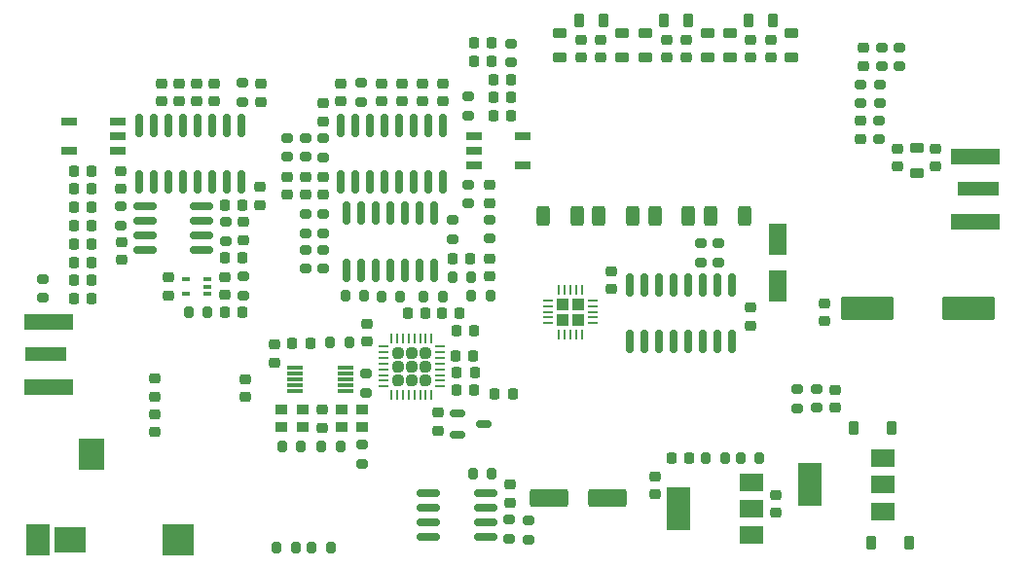
<source format=gtp>
G04 #@! TF.GenerationSoftware,KiCad,Pcbnew,7.0.10*
G04 #@! TF.CreationDate,2024-02-06T16:41:22-06:00*
G04 #@! TF.ProjectId,radiohead,72616469-6f68-4656-9164-2e6b69636164,2.0*
G04 #@! TF.SameCoordinates,Original*
G04 #@! TF.FileFunction,Paste,Top*
G04 #@! TF.FilePolarity,Positive*
%FSLAX46Y46*%
G04 Gerber Fmt 4.6, Leading zero omitted, Abs format (unit mm)*
G04 Created by KiCad (PCBNEW 7.0.10) date 2024-02-06 16:41:22*
%MOMM*%
%LPD*%
G01*
G04 APERTURE LIST*
G04 Aperture macros list*
%AMRoundRect*
0 Rectangle with rounded corners*
0 $1 Rounding radius*
0 $2 $3 $4 $5 $6 $7 $8 $9 X,Y pos of 4 corners*
0 Add a 4 corners polygon primitive as box body*
4,1,4,$2,$3,$4,$5,$6,$7,$8,$9,$2,$3,0*
0 Add four circle primitives for the rounded corners*
1,1,$1+$1,$2,$3*
1,1,$1+$1,$4,$5*
1,1,$1+$1,$6,$7*
1,1,$1+$1,$8,$9*
0 Add four rect primitives between the rounded corners*
20,1,$1+$1,$2,$3,$4,$5,0*
20,1,$1+$1,$4,$5,$6,$7,0*
20,1,$1+$1,$6,$7,$8,$9,0*
20,1,$1+$1,$8,$9,$2,$3,0*%
G04 Aperture macros list end*
%ADD10RoundRect,0.225000X0.250000X-0.225000X0.250000X0.225000X-0.250000X0.225000X-0.250000X-0.225000X0*%
%ADD11RoundRect,0.200000X-0.275000X0.200000X-0.275000X-0.200000X0.275000X-0.200000X0.275000X0.200000X0*%
%ADD12RoundRect,0.200000X0.200000X0.275000X-0.200000X0.275000X-0.200000X-0.275000X0.200000X-0.275000X0*%
%ADD13RoundRect,0.225000X-0.250000X0.225000X-0.250000X-0.225000X0.250000X-0.225000X0.250000X0.225000X0*%
%ADD14RoundRect,0.225000X0.225000X0.250000X-0.225000X0.250000X-0.225000X-0.250000X0.225000X-0.250000X0*%
%ADD15RoundRect,0.225000X-0.225000X-0.250000X0.225000X-0.250000X0.225000X0.250000X-0.225000X0.250000X0*%
%ADD16RoundRect,0.218750X0.218750X0.256250X-0.218750X0.256250X-0.218750X-0.256250X0.218750X-0.256250X0*%
%ADD17RoundRect,0.218750X-0.218750X-0.256250X0.218750X-0.256250X0.218750X0.256250X-0.218750X0.256250X0*%
%ADD18R,3.600000X1.270000*%
%ADD19R,4.200000X1.350000*%
%ADD20RoundRect,0.200000X0.275000X-0.200000X0.275000X0.200000X-0.275000X0.200000X-0.275000X-0.200000X0*%
%ADD21RoundRect,0.200000X-0.200000X-0.275000X0.200000X-0.275000X0.200000X0.275000X-0.200000X0.275000X0*%
%ADD22R,1.400000X0.300000*%
%ADD23RoundRect,0.225000X-0.225000X-0.375000X0.225000X-0.375000X0.225000X0.375000X-0.225000X0.375000X0*%
%ADD24RoundRect,0.150000X-0.825000X-0.150000X0.825000X-0.150000X0.825000X0.150000X-0.825000X0.150000X0*%
%ADD25RoundRect,0.242500X0.242500X0.242500X-0.242500X0.242500X-0.242500X-0.242500X0.242500X-0.242500X0*%
%ADD26RoundRect,0.062500X0.337500X0.062500X-0.337500X0.062500X-0.337500X-0.062500X0.337500X-0.062500X0*%
%ADD27RoundRect,0.062500X0.062500X0.337500X-0.062500X0.337500X-0.062500X-0.337500X0.062500X-0.337500X0*%
%ADD28RoundRect,0.150000X0.150000X-0.825000X0.150000X0.825000X-0.150000X0.825000X-0.150000X-0.825000X0*%
%ADD29RoundRect,0.250001X-2.049999X-0.799999X2.049999X-0.799999X2.049999X0.799999X-2.049999X0.799999X0*%
%ADD30R,2.000000X1.500000*%
%ADD31R,2.000000X3.800000*%
%ADD32R,1.400000X0.760000*%
%ADD33RoundRect,0.250000X1.412500X0.550000X-1.412500X0.550000X-1.412500X-0.550000X1.412500X-0.550000X0*%
%ADD34RoundRect,0.150000X0.825000X0.150000X-0.825000X0.150000X-0.825000X-0.150000X0.825000X-0.150000X0*%
%ADD35RoundRect,0.150000X-0.512500X-0.150000X0.512500X-0.150000X0.512500X0.150000X-0.512500X0.150000X0*%
%ADD36RoundRect,0.225000X0.225000X0.375000X-0.225000X0.375000X-0.225000X-0.375000X0.225000X-0.375000X0*%
%ADD37RoundRect,0.250000X0.312500X0.625000X-0.312500X0.625000X-0.312500X-0.625000X0.312500X-0.625000X0*%
%ADD38RoundRect,0.218750X0.218750X0.381250X-0.218750X0.381250X-0.218750X-0.381250X0.218750X-0.381250X0*%
%ADD39RoundRect,0.218750X-0.381250X0.218750X-0.381250X-0.218750X0.381250X-0.218750X0.381250X0.218750X0*%
%ADD40RoundRect,0.250000X-0.295000X-0.295000X0.295000X-0.295000X0.295000X0.295000X-0.295000X0.295000X0*%
%ADD41RoundRect,0.062500X-0.337500X-0.062500X0.337500X-0.062500X0.337500X0.062500X-0.337500X0.062500X0*%
%ADD42RoundRect,0.062500X-0.062500X-0.337500X0.062500X-0.337500X0.062500X0.337500X-0.062500X0.337500X0*%
%ADD43R,1.050000X0.950000*%
%ADD44RoundRect,0.218750X0.381250X-0.218750X0.381250X0.218750X-0.381250X0.218750X-0.381250X-0.218750X0*%
%ADD45R,0.650000X0.400000*%
%ADD46RoundRect,0.250000X-0.550000X1.137500X-0.550000X-1.137500X0.550000X-1.137500X0.550000X1.137500X0*%
%ADD47R,2.006600X2.794000*%
%ADD48R,2.794000X2.794000*%
%ADD49R,2.209800X2.794000*%
%ADD50R,2.794000X2.209800*%
%ADD51RoundRect,0.150000X-0.150000X0.825000X-0.150000X-0.825000X0.150000X-0.825000X0.150000X0.825000X0*%
G04 APERTURE END LIST*
D10*
X92043200Y-109826600D03*
X92043200Y-108276600D03*
D11*
X99138000Y-125078400D03*
X99138000Y-126728400D03*
D12*
X96055400Y-128187400D03*
X94405400Y-128187400D03*
D10*
X100633200Y-118834600D03*
X100633200Y-117284600D03*
X95126532Y-109826600D03*
X95126532Y-108276600D03*
D13*
X99153700Y-120340400D03*
X99153700Y-121890400D03*
D10*
X109897600Y-130711400D03*
X109897600Y-129161400D03*
X96668200Y-109826600D03*
X96668200Y-108276600D03*
D14*
X119258900Y-129822800D03*
X117708900Y-129822800D03*
X120788200Y-106321600D03*
X119238200Y-106321600D03*
D15*
X120918200Y-109503600D03*
X122468200Y-109503600D03*
D16*
X120800700Y-104755600D03*
X119225700Y-104755600D03*
D17*
X120905700Y-107907600D03*
X122480700Y-107907600D03*
D16*
X122480700Y-111099600D03*
X120905700Y-111099600D03*
D14*
X85987800Y-115868974D03*
X84437800Y-115868974D03*
D16*
X86000300Y-123830844D03*
X84425300Y-123830844D03*
D17*
X84425300Y-119053722D03*
X86000300Y-119053722D03*
D16*
X86000300Y-117461348D03*
X84425300Y-117461348D03*
X86000300Y-125423218D03*
X84425300Y-125423218D03*
D18*
X82030000Y-131857600D03*
D19*
X82230000Y-129032600D03*
X82230000Y-134682600D03*
D20*
X104592600Y-124388800D03*
X104592600Y-122738800D03*
X117398000Y-121809800D03*
X117398000Y-120159800D03*
D12*
X112825400Y-126784200D03*
X111175400Y-126784200D03*
D11*
X106159800Y-122739000D03*
X106159800Y-124389000D03*
D20*
X97610400Y-121974800D03*
X97610400Y-120324800D03*
X88511500Y-120602200D03*
X88511500Y-118952200D03*
X99064800Y-109887200D03*
X99064800Y-108237200D03*
X109450080Y-109884600D03*
X109450080Y-108234600D03*
D14*
X104988200Y-130921600D03*
X103438200Y-130921600D03*
D15*
X117737200Y-133459200D03*
X119287200Y-133459200D03*
D21*
X114869200Y-126788200D03*
X116519200Y-126788200D03*
D12*
X109681200Y-126715600D03*
X108031200Y-126715600D03*
D14*
X99091040Y-118870500D03*
X97541040Y-118870500D03*
D21*
X119124400Y-142267400D03*
X120774400Y-142267400D03*
D20*
X123993000Y-147953800D03*
X123993000Y-146303800D03*
D15*
X97556800Y-128197400D03*
X99106800Y-128197400D03*
D22*
X108093500Y-135009500D03*
X108093500Y-134509500D03*
X108093500Y-134009500D03*
X108093500Y-133509500D03*
X108093500Y-133009500D03*
X103693500Y-133009500D03*
X103693500Y-133509500D03*
X103693500Y-134009500D03*
X103693500Y-134509500D03*
X103693500Y-135009500D03*
D10*
X93584866Y-109826600D03*
X93584866Y-108276600D03*
D14*
X119245800Y-134985200D03*
X117695800Y-134985200D03*
D10*
X88569460Y-123614060D03*
X88569460Y-122064060D03*
D14*
X99131300Y-123474500D03*
X97581300Y-123474500D03*
X85987800Y-122238470D03*
X84437800Y-122238470D03*
D23*
X153760000Y-148228000D03*
X157060000Y-148228000D03*
D24*
X115288600Y-143949600D03*
X115288600Y-145219600D03*
X115288600Y-146489600D03*
X115288600Y-147759600D03*
X120238600Y-147759600D03*
X120238600Y-146489600D03*
X120238600Y-145219600D03*
X120238600Y-143949600D03*
D25*
X114997200Y-134097200D03*
X114997200Y-132897200D03*
X114997200Y-131697200D03*
X113797200Y-134097200D03*
X113797200Y-132897200D03*
X113797200Y-131697200D03*
X112597200Y-134097200D03*
X112597200Y-132897200D03*
X112597200Y-131697200D03*
D26*
X116247200Y-134647200D03*
X116247200Y-134147200D03*
X116247200Y-133647200D03*
X116247200Y-133147200D03*
X116247200Y-132647200D03*
X116247200Y-132147200D03*
X116247200Y-131647200D03*
X116247200Y-131147200D03*
D27*
X115547200Y-130447200D03*
X115047200Y-130447200D03*
X114547200Y-130447200D03*
X114047200Y-130447200D03*
X113547200Y-130447200D03*
X113047200Y-130447200D03*
X112547200Y-130447200D03*
X112047200Y-130447200D03*
D26*
X111347200Y-131147200D03*
X111347200Y-131647200D03*
X111347200Y-132147200D03*
X111347200Y-132647200D03*
X111347200Y-133147200D03*
X111347200Y-133647200D03*
X111347200Y-134147200D03*
X111347200Y-134647200D03*
D27*
X112047200Y-135347200D03*
X112547200Y-135347200D03*
X113047200Y-135347200D03*
X113547200Y-135347200D03*
X114047200Y-135347200D03*
X114547200Y-135347200D03*
X115047200Y-135347200D03*
X115547200Y-135347200D03*
D20*
X122319000Y-147887200D03*
X122319000Y-146237200D03*
D14*
X118003200Y-128293800D03*
X116453200Y-128293800D03*
D10*
X106110400Y-111548200D03*
X106110400Y-109998200D03*
D13*
X88487800Y-115911400D03*
X88487800Y-117461400D03*
D14*
X119192600Y-131949200D03*
X117642600Y-131949200D03*
D10*
X91449200Y-138618000D03*
X91449200Y-137068000D03*
D13*
X91464000Y-133967200D03*
X91464000Y-135517200D03*
X99370200Y-133981800D03*
X99370200Y-135531800D03*
D28*
X107673200Y-116851600D03*
X108943200Y-116851600D03*
X110213200Y-116851600D03*
X111483200Y-116851600D03*
X112753200Y-116851600D03*
X114023200Y-116851600D03*
X115293200Y-116851600D03*
X116563200Y-116851600D03*
X116563200Y-111901600D03*
X115293200Y-111901600D03*
X114023200Y-111901600D03*
X112753200Y-111901600D03*
X111483200Y-111901600D03*
X110213200Y-111901600D03*
X108943200Y-111901600D03*
X107673200Y-111901600D03*
D15*
X84437800Y-120646096D03*
X85987800Y-120646096D03*
D14*
X85987800Y-127015598D03*
X84437800Y-127015598D03*
D10*
X116099400Y-138484000D03*
X116099400Y-136934000D03*
X106034800Y-138226000D03*
X106034800Y-136676000D03*
D15*
X117392400Y-123485200D03*
X118942400Y-123485200D03*
D29*
X153410000Y-127808000D03*
X162210000Y-127808000D03*
D13*
X101893200Y-131001600D03*
X101893200Y-132551600D03*
D15*
X121061000Y-135315400D03*
X122611000Y-135315400D03*
D11*
X147374600Y-134883800D03*
X147374600Y-136533800D03*
D20*
X149050000Y-136513000D03*
X149050000Y-134863000D03*
D11*
X104587000Y-119660000D03*
X104587000Y-121310000D03*
D20*
X106147200Y-121312600D03*
X106147200Y-119662600D03*
D30*
X154780000Y-145498000D03*
X154780000Y-143198000D03*
D31*
X148480000Y-143198000D03*
D30*
X154780000Y-140898000D03*
D21*
X117351400Y-125104800D03*
X119001400Y-125104800D03*
D10*
X92686800Y-126698200D03*
X92686800Y-125148200D03*
D32*
X119272200Y-115417600D03*
X119272200Y-114147600D03*
X119272200Y-112877600D03*
X123482200Y-115417600D03*
X123482200Y-112877600D03*
X88228200Y-111555600D03*
X88228200Y-112825600D03*
X88228200Y-114095600D03*
X84018200Y-111555600D03*
X84018200Y-114095600D03*
D12*
X144075600Y-140880800D03*
X142425600Y-140880800D03*
X141043400Y-140899200D03*
X139393400Y-140899200D03*
D10*
X122351800Y-144742200D03*
X122351800Y-143192200D03*
D13*
X149719200Y-127428600D03*
X149719200Y-128978600D03*
X107676800Y-108284600D03*
X107676800Y-109834600D03*
X150680000Y-134913000D03*
X150680000Y-136463000D03*
X145457800Y-144090400D03*
X145457800Y-145640400D03*
D30*
X143358000Y-147588000D03*
X143358000Y-145288000D03*
D31*
X137058000Y-145288000D03*
D30*
X143358000Y-142988000D03*
D21*
X119018600Y-126779600D03*
X120668600Y-126779600D03*
D15*
X113446000Y-128279800D03*
X114996000Y-128279800D03*
D10*
X134950200Y-144031000D03*
X134950200Y-142481000D03*
D33*
X130877500Y-144348000D03*
X125802500Y-144348000D03*
D34*
X95539800Y-122793200D03*
X95539800Y-121523200D03*
X95539800Y-120253200D03*
X95539800Y-118983200D03*
X90589800Y-118983200D03*
X90589800Y-120253200D03*
X90589800Y-121523200D03*
X90589800Y-122793200D03*
D10*
X97576600Y-126689200D03*
X97576600Y-125139200D03*
X120601400Y-125081200D03*
X120601400Y-123531200D03*
X106123200Y-117964600D03*
X106123200Y-116414600D03*
X104573200Y-117954600D03*
X104573200Y-116404600D03*
X114769920Y-109834600D03*
X114769920Y-108284600D03*
X111223360Y-109834600D03*
X111223360Y-108284600D03*
X116543200Y-109834600D03*
X116543200Y-108284600D03*
X112996640Y-109834600D03*
X112996640Y-108284600D03*
D20*
X120578200Y-121783600D03*
X120578200Y-120133600D03*
X118712000Y-118719200D03*
X118712000Y-117069200D03*
D11*
X118753200Y-109404600D03*
X118753200Y-111054600D03*
D20*
X106113200Y-114684600D03*
X106113200Y-113034600D03*
X104553200Y-114664600D03*
X104553200Y-113014600D03*
X103023200Y-114654600D03*
X103023200Y-113004600D03*
D10*
X103023200Y-117944600D03*
X103023200Y-116394600D03*
D35*
X117808900Y-136989200D03*
X117808900Y-138889200D03*
X120083900Y-137939200D03*
D36*
X155540000Y-138238000D03*
X152240000Y-138238000D03*
D11*
X122445000Y-104770000D03*
X122445000Y-106420000D03*
D28*
X108178600Y-124522000D03*
X109448600Y-124522000D03*
X110718600Y-124522000D03*
X111988600Y-124522000D03*
X113258600Y-124522000D03*
X114528600Y-124522000D03*
X115798600Y-124522000D03*
X115798600Y-119572000D03*
X114528600Y-119572000D03*
X113258600Y-119572000D03*
X111988600Y-119572000D03*
X110718600Y-119572000D03*
X109448600Y-119572000D03*
X108178600Y-119572000D03*
D37*
X137900832Y-119815000D03*
X134975832Y-119815000D03*
D21*
X105950000Y-139855000D03*
X107600000Y-139855000D03*
D38*
X130497500Y-102785000D03*
X128372500Y-102785000D03*
D11*
X140505000Y-122190000D03*
X140505000Y-123840000D03*
D13*
X130287220Y-104470000D03*
X130287220Y-106020000D03*
D20*
X156215000Y-106790000D03*
X156215000Y-105140000D03*
D21*
X102080000Y-148655000D03*
X103730000Y-148655000D03*
D39*
X141485000Y-103912500D03*
X141485000Y-106037500D03*
D21*
X106718600Y-130835400D03*
X108368600Y-130835400D03*
D40*
X126940000Y-127470000D03*
X126940000Y-128820000D03*
X128290000Y-127470000D03*
X128290000Y-128820000D03*
D41*
X125665000Y-127145000D03*
X125665000Y-127645000D03*
X125665000Y-128145000D03*
X125665000Y-128645000D03*
X125665000Y-129145000D03*
D42*
X126615000Y-130095000D03*
X127115000Y-130095000D03*
X127615000Y-130095000D03*
X128115000Y-130095000D03*
X128615000Y-130095000D03*
D41*
X129565000Y-129145000D03*
X129565000Y-128645000D03*
X129565000Y-128145000D03*
X129565000Y-127645000D03*
X129565000Y-127145000D03*
D42*
X128615000Y-126195000D03*
X128115000Y-126195000D03*
X127615000Y-126195000D03*
X127115000Y-126195000D03*
X126615000Y-126195000D03*
D21*
X105140000Y-148645000D03*
X106790000Y-148645000D03*
D39*
X126705000Y-103912500D03*
X126705000Y-106037500D03*
D13*
X120579800Y-117119800D03*
X120579800Y-118669800D03*
D43*
X102510000Y-138128200D03*
X104360000Y-138128200D03*
X104360000Y-136678200D03*
X102510000Y-136678200D03*
D11*
X109515000Y-139710000D03*
X109515000Y-141360000D03*
D20*
X81765000Y-126950000D03*
X81765000Y-125300000D03*
D10*
X156055000Y-115480000D03*
X156055000Y-113930000D03*
D37*
X142757500Y-119815000D03*
X139832500Y-119815000D03*
D39*
X146865000Y-103912500D03*
X146865000Y-106037500D03*
D13*
X159375000Y-113930000D03*
X159375000Y-115480000D03*
X128556110Y-104470000D03*
X128556110Y-106020000D03*
X143318333Y-104470000D03*
X143318333Y-106020000D03*
D18*
X163060000Y-117440000D03*
D19*
X162860000Y-120265000D03*
X162860000Y-114615000D03*
D28*
X132790000Y-130750000D03*
X134060000Y-130750000D03*
X135330000Y-130750000D03*
X136600000Y-130750000D03*
X137870000Y-130750000D03*
X139140000Y-130750000D03*
X140410000Y-130750000D03*
X141680000Y-130750000D03*
X141680000Y-125800000D03*
X140410000Y-125800000D03*
X139140000Y-125800000D03*
X137870000Y-125800000D03*
X136600000Y-125800000D03*
X135330000Y-125800000D03*
X134060000Y-125800000D03*
X132790000Y-125800000D03*
D14*
X137950000Y-140895000D03*
X136400000Y-140895000D03*
D13*
X131185000Y-124640000D03*
X131185000Y-126190000D03*
D39*
X139573333Y-103912500D03*
X139573333Y-106037500D03*
D13*
X143265000Y-127780000D03*
X143265000Y-129330000D03*
D20*
X154495000Y-113130000D03*
X154495000Y-111480000D03*
D39*
X134103333Y-103912500D03*
X134103333Y-106037500D03*
D44*
X157725000Y-116037500D03*
X157725000Y-113912500D03*
D13*
X145031666Y-104470000D03*
X145031666Y-106020000D03*
D10*
X153115000Y-106740000D03*
X153115000Y-105190000D03*
D13*
X137709999Y-104470000D03*
X137709999Y-106020000D03*
D10*
X152885000Y-113080000D03*
X152885000Y-111530000D03*
D20*
X109860400Y-135195400D03*
X109860400Y-133545400D03*
D45*
X96075000Y-126605000D03*
X96075000Y-125955000D03*
X96075000Y-125305000D03*
X94175000Y-125305000D03*
X94175000Y-126605000D03*
D11*
X138965000Y-122180000D03*
X138965000Y-123830000D03*
D43*
X107690000Y-138129200D03*
X109540000Y-138129200D03*
X109540000Y-136679200D03*
X107690000Y-136679200D03*
D37*
X133044166Y-119815000D03*
X130119166Y-119815000D03*
X128187500Y-119815000D03*
X125262500Y-119815000D03*
D13*
X135966666Y-104470000D03*
X135966666Y-106020000D03*
X100675600Y-108322200D03*
X100675600Y-109872200D03*
D46*
X145655000Y-121792500D03*
X145655000Y-125917500D03*
D47*
X81274699Y-147955000D03*
D48*
X93474700Y-147955000D03*
D49*
X85974700Y-140555000D03*
D50*
X84074701Y-147955000D03*
D12*
X104170000Y-139855000D03*
X102520000Y-139855000D03*
D51*
X99034600Y-111901600D03*
X97764600Y-111901600D03*
X96494600Y-111901600D03*
X95224600Y-111901600D03*
X93954600Y-111901600D03*
X92684600Y-111901600D03*
X91414600Y-111901600D03*
X90144600Y-111901600D03*
X90144600Y-116851600D03*
X91414600Y-116851600D03*
X92684600Y-116851600D03*
X93954600Y-116851600D03*
X95224600Y-116851600D03*
X96494600Y-116851600D03*
X97764600Y-116851600D03*
X99034600Y-116851600D03*
D38*
X145247500Y-102785000D03*
X143122500Y-102785000D03*
D20*
X152895000Y-110010000D03*
X152895000Y-108360000D03*
D39*
X132138332Y-103912500D03*
X132138332Y-106037500D03*
D38*
X137895833Y-102785000D03*
X135770833Y-102785000D03*
D20*
X154535000Y-110010000D03*
X154535000Y-108360000D03*
D11*
X154715000Y-105140000D03*
X154715000Y-106790000D03*
M02*

</source>
